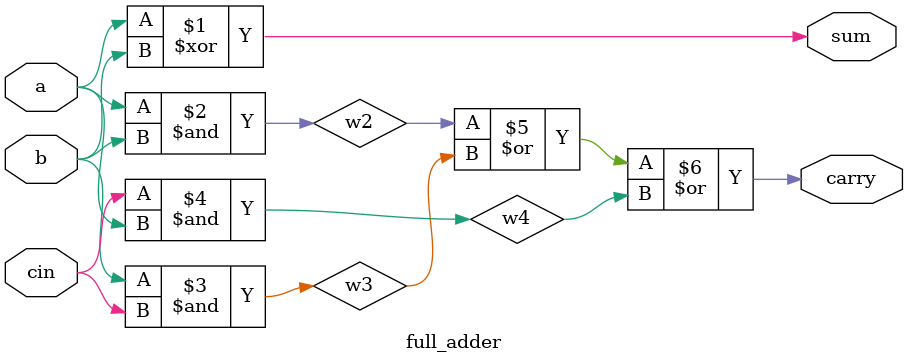
<source format=v>
module full_adder (
    input a, b, cin,
    output sum, carry
);

    wire w1, w2, w3, w4;

    xor w1 (sum, a, b);
    and w2 (w2, a, b);
    and w3 (w3, b, cin);
    and w4 (w4, cin, a);

    or or_gate (carry, w2, w3, w4);

endmodule


</source>
